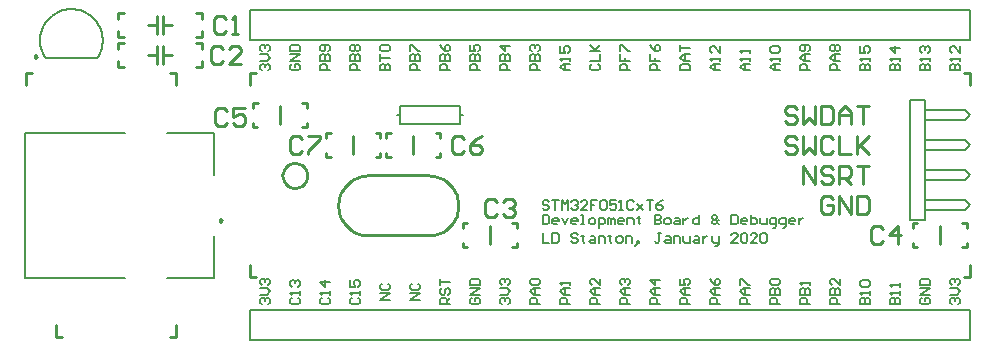
<source format=gto>
G04*
G04 #@! TF.GenerationSoftware,Altium Limited,Altium Designer,20.0.10 (225)*
G04*
G04 Layer_Color=65535*
%FSLAX25Y25*%
%MOIN*%
G70*
G01*
G75*
%ADD10C,0.01000*%
%ADD11C,0.00787*%
%ADD12C,0.00984*%
%ADD13C,0.00600*%
D10*
X137000Y37500D02*
X138012Y37551D01*
X139013Y37705D01*
X139994Y37959D01*
X140944Y38310D01*
X141853Y38756D01*
X142713Y39292D01*
X143514Y39912D01*
X144248Y40610D01*
X144908Y41379D01*
X145486Y42210D01*
X145978Y43096D01*
X146378Y44027D01*
X146681Y44993D01*
X146885Y45986D01*
X146987Y46993D01*
X146987Y48006D01*
X146885Y49014D01*
X146681Y50007D01*
X146378Y50973D01*
X145978Y51904D01*
X145486Y52790D01*
X144908Y53621D01*
X144248Y54390D01*
X143514Y55088D01*
X142713Y55708D01*
X141853Y56243D01*
X140944Y56690D01*
X139994Y57041D01*
X139013Y57295D01*
X138012Y57449D01*
X137000Y57500D01*
X117000Y57500D02*
X115986Y57452D01*
X114983Y57301D01*
X114000Y57050D01*
X113047Y56700D01*
X112135Y56255D01*
X111273Y55721D01*
X110469Y55101D01*
X109732Y54403D01*
X109070Y53635D01*
X108488Y52803D01*
X107995Y51916D01*
X107593Y50984D01*
X107288Y50016D01*
X107083Y49022D01*
X106980Y48013D01*
X106979Y46998D01*
X107081Y45989D01*
X107286Y44995D01*
X107589Y44026D01*
X107990Y43094D01*
X108483Y42207D01*
X109063Y41374D01*
X109724Y40605D01*
X110460Y39906D01*
X111263Y39286D01*
X112125Y38750D01*
X113037Y38304D01*
X113989Y37954D01*
X114972Y37701D01*
X115975Y37549D01*
X116989Y37500D01*
X96623Y57500D02*
X96503Y58487D01*
X96151Y59416D01*
X95586Y60234D01*
X94842Y60893D01*
X93962Y61355D01*
X92997Y61593D01*
X92003D01*
X91038Y61355D01*
X90158Y60893D01*
X89414Y60234D01*
X88849Y59416D01*
X88497Y58487D01*
X88377Y57500D01*
X88497Y56513D01*
X88849Y55584D01*
X89414Y54766D01*
X90158Y54107D01*
X91038Y53645D01*
X92003Y53407D01*
X92997D01*
X93962Y53645D01*
X94842Y54107D01*
X95586Y54766D01*
X96151Y55584D01*
X96503Y56513D01*
X96623Y57500D01*
X315500Y91500D02*
X317500D01*
Y87500D02*
Y91500D01*
X315500Y23500D02*
X317500D01*
Y27500D01*
X77500Y23500D02*
X79500D01*
X77500D02*
Y27500D01*
Y91500D02*
X79500D01*
X77500Y87500D02*
Y91500D01*
X117000Y57500D02*
X137000D01*
X117000Y37500D02*
X137000D01*
X61500Y109500D02*
Y111500D01*
X59500D02*
X61500D01*
Y103500D02*
Y105500D01*
X59500Y103500D02*
X61500D01*
X33500Y111500D02*
X35500D01*
X33500Y109500D02*
Y111500D01*
Y103500D02*
Y105500D01*
Y103500D02*
X35500D01*
X46500Y104500D02*
Y110500D01*
X43500Y107500D02*
X46500D01*
X48500D02*
X51500D01*
X48500Y104500D02*
Y110500D01*
X61500Y99500D02*
Y101500D01*
X59500D02*
X61500D01*
Y93500D02*
Y95500D01*
X59500Y93500D02*
X61500D01*
X33500Y101500D02*
X35500D01*
X33500Y99500D02*
Y101500D01*
Y93500D02*
Y95500D01*
Y93500D02*
X35500D01*
X46500Y94500D02*
Y100500D01*
X43500Y97500D02*
X46500D01*
X48500D02*
X51500D01*
X48500Y94500D02*
Y100500D01*
X139400Y63500D02*
X141000D01*
X123000Y71500D02*
X124500D01*
X123000Y70000D02*
Y71500D01*
Y63500D02*
X124500D01*
X123000D02*
Y65000D01*
X139500Y71500D02*
X141000D01*
Y70000D02*
Y71500D01*
Y63500D02*
Y65000D01*
X132000Y64500D02*
Y70500D01*
X119400Y63500D02*
X121000D01*
X103000Y71500D02*
X104500D01*
X103000Y70000D02*
Y71500D01*
Y63500D02*
X104500D01*
X103000D02*
Y65000D01*
X119500Y71500D02*
X121000D01*
Y70000D02*
Y71500D01*
Y63500D02*
Y65000D01*
X112000Y64500D02*
Y70500D01*
X164900Y33500D02*
X166500D01*
X148500Y41500D02*
X150000D01*
X148500Y40000D02*
Y41500D01*
Y33500D02*
X150000D01*
X148500D02*
Y35000D01*
X165000Y41500D02*
X166500D01*
Y40000D02*
Y41500D01*
Y33500D02*
Y35000D01*
X157500Y34500D02*
Y40500D01*
X314900Y33500D02*
X316500D01*
X298500Y41500D02*
X300000D01*
X298500Y40000D02*
Y41500D01*
Y33500D02*
X300000D01*
X298500D02*
Y35000D01*
X315000Y41500D02*
X316500D01*
Y40000D02*
Y41500D01*
Y33500D02*
Y35000D01*
X307500Y34500D02*
Y40500D01*
X78500Y81500D02*
X80100D01*
X95000Y73500D02*
X96500D01*
Y75000D01*
X95000Y81500D02*
X96500D01*
Y80000D02*
Y81500D01*
X78500Y73500D02*
X80000D01*
X78500D02*
Y75000D01*
Y80000D02*
Y81500D01*
X87500Y74500D02*
Y80500D01*
X3000Y87500D02*
Y91500D01*
X5000D01*
X13000Y3500D02*
Y7500D01*
Y3500D02*
X15000D01*
X53000D02*
Y7500D01*
X51000Y3500D02*
X53000D01*
Y87500D02*
Y91500D01*
X51000D02*
X53000D01*
X271999Y49498D02*
X270999Y50498D01*
X269000D01*
X268000Y49498D01*
Y45500D01*
X269000Y44500D01*
X270999D01*
X271999Y45500D01*
Y47499D01*
X269999D01*
X273998Y44500D02*
Y50498D01*
X277997Y44500D01*
Y50498D01*
X279996D02*
Y44500D01*
X282995D01*
X283995Y45500D01*
Y49498D01*
X282995Y50498D01*
X279996D01*
X262000Y54500D02*
Y60498D01*
X265999Y54500D01*
Y60498D01*
X271997Y59498D02*
X270997Y60498D01*
X268998D01*
X267998Y59498D01*
Y58499D01*
X268998Y57499D01*
X270997D01*
X271997Y56499D01*
Y55500D01*
X270997Y54500D01*
X268998D01*
X267998Y55500D01*
X273996Y54500D02*
Y60498D01*
X276995D01*
X277995Y59498D01*
Y57499D01*
X276995Y56499D01*
X273996D01*
X275995D02*
X277995Y54500D01*
X279994Y60498D02*
X283993D01*
X281994D01*
Y54500D01*
X259999Y69498D02*
X258999Y70498D01*
X257000D01*
X256000Y69498D01*
Y68499D01*
X257000Y67499D01*
X258999D01*
X259999Y66499D01*
Y65500D01*
X258999Y64500D01*
X257000D01*
X256000Y65500D01*
X261998Y70498D02*
Y64500D01*
X263997Y66499D01*
X265997Y64500D01*
Y70498D01*
X271995Y69498D02*
X270995Y70498D01*
X268996D01*
X267996Y69498D01*
Y65500D01*
X268996Y64500D01*
X270995D01*
X271995Y65500D01*
X273994Y70498D02*
Y64500D01*
X277993D01*
X279992Y70498D02*
Y64500D01*
Y66499D01*
X283991Y70498D01*
X280992Y67499D01*
X283991Y64500D01*
X259999Y79498D02*
X258999Y80498D01*
X257000D01*
X256000Y79498D01*
Y78499D01*
X257000Y77499D01*
X258999D01*
X259999Y76499D01*
Y75500D01*
X258999Y74500D01*
X257000D01*
X256000Y75500D01*
X261998Y80498D02*
Y74500D01*
X263997Y76499D01*
X265997Y74500D01*
Y80498D01*
X267996D02*
Y74500D01*
X270995D01*
X271995Y75500D01*
Y79498D01*
X270995Y80498D01*
X267996D01*
X273994Y74500D02*
Y78499D01*
X275993Y80498D01*
X277993Y78499D01*
Y74500D01*
Y77499D01*
X273994D01*
X279992Y80498D02*
X283991D01*
X281992D01*
Y74500D01*
X68500Y99499D02*
X67501Y100499D01*
X65501D01*
X64502Y99499D01*
Y95501D01*
X65501Y94501D01*
X67501D01*
X68500Y95501D01*
X74498Y94501D02*
X70500D01*
X74498Y98500D01*
Y99499D01*
X73499Y100499D01*
X71499D01*
X70500Y99499D01*
X69500Y109499D02*
X68500Y110499D01*
X66501D01*
X65501Y109499D01*
Y105501D01*
X66501Y104501D01*
X68500D01*
X69500Y105501D01*
X71499Y104501D02*
X73499D01*
X72499D01*
Y110499D01*
X71499Y109499D01*
X70000Y78999D02*
X69001Y79999D01*
X67001D01*
X66002Y78999D01*
Y75001D01*
X67001Y74001D01*
X69001D01*
X70000Y75001D01*
X75998Y79999D02*
X72000D01*
Y77000D01*
X73999Y78000D01*
X74999D01*
X75998Y77000D01*
Y75001D01*
X74999Y74001D01*
X72999D01*
X72000Y75001D01*
X288500Y39499D02*
X287501Y40499D01*
X285501D01*
X284502Y39499D01*
Y35501D01*
X285501Y34501D01*
X287501D01*
X288500Y35501D01*
X293499Y34501D02*
Y40499D01*
X290500Y37500D01*
X294498D01*
X160000Y48499D02*
X159001Y49499D01*
X157001D01*
X156002Y48499D01*
Y44501D01*
X157001Y43501D01*
X159001D01*
X160000Y44501D01*
X162000Y48499D02*
X162999Y49499D01*
X164999D01*
X165998Y48499D01*
Y47500D01*
X164999Y46500D01*
X163999D01*
X164999D01*
X165998Y45500D01*
Y44501D01*
X164999Y43501D01*
X162999D01*
X162000Y44501D01*
X95000Y69499D02*
X94001Y70499D01*
X92001D01*
X91002Y69499D01*
Y65501D01*
X92001Y64501D01*
X94001D01*
X95000Y65501D01*
X97000Y70499D02*
X100998D01*
Y69499D01*
X97000Y65501D01*
Y64501D01*
X149000Y69499D02*
X148001Y70499D01*
X146001D01*
X145002Y69499D01*
Y65501D01*
X146001Y64501D01*
X148001D01*
X149000Y65501D01*
X154998Y70499D02*
X152999Y69499D01*
X151000Y67500D01*
Y65501D01*
X151999Y64501D01*
X153999D01*
X154998Y65501D01*
Y66500D01*
X153999Y67500D01*
X151000D01*
D11*
X26546Y96516D02*
X27075Y97352D01*
X27521Y98235D01*
X27883Y99156D01*
X28155Y100107D01*
X28336Y101079D01*
X28424Y102065D01*
X28418Y103054D01*
X28319Y104038D01*
X28127Y105009D01*
X27844Y105956D01*
X27472Y106873D01*
X27015Y107751D01*
X26478Y108581D01*
X25864Y109357D01*
X25179Y110071D01*
X24430Y110716D01*
X23622Y111288D01*
X22765Y111782D01*
X21864Y112191D01*
X20929Y112513D01*
X19967Y112746D01*
X18988Y112886D01*
X18000Y112933D01*
X17012Y112886D01*
X16033Y112746D01*
X15071Y112513D01*
X14136Y112191D01*
X13235Y111782D01*
X12378Y111288D01*
X11570Y110716D01*
X10821Y110071D01*
X10137Y109357D01*
X9522Y108581D01*
X8985Y107751D01*
X8528Y106873D01*
X8156Y105956D01*
X7873Y105009D01*
X7681Y104038D01*
X7582Y103054D01*
X7576Y102065D01*
X7664Y101079D01*
X7845Y100107D01*
X8117Y99156D01*
X8479Y98235D01*
X8925Y97352D01*
X9454Y96516D01*
X9454Y96516D02*
X26546Y96516D01*
X65496Y23469D02*
Y37468D01*
Y57500D02*
Y71500D01*
X49957Y23469D02*
X65496D01*
X49957Y71500D02*
X65496D01*
X2504Y23469D02*
X35996D01*
X2504Y71500D02*
X35996D01*
X2504Y23469D02*
Y71500D01*
X297500Y42500D02*
Y82500D01*
X302500Y45833D02*
X315833D01*
X317500Y47500D01*
X315833Y49167D02*
X317500Y47500D01*
X302500Y49167D02*
X315833D01*
X302500Y55833D02*
X315833D01*
X317500Y57500D01*
X315833Y59167D02*
X317500Y57500D01*
X302500Y59167D02*
X315833D01*
X302500Y65833D02*
X315833D01*
X317500Y67500D01*
X315833Y69167D02*
X317500Y67500D01*
X302500Y69167D02*
X315833D01*
X302500Y75833D02*
X315833D01*
X317500Y77500D01*
X315833Y79167D02*
X317500Y77500D01*
X302500Y79167D02*
X315833D01*
X297500Y82500D02*
X302500D01*
X297500Y42500D02*
X302500D01*
Y82500D01*
X77500Y102500D02*
X310000D01*
X317500D01*
Y112500D01*
X77500D02*
X317500D01*
X77500Y102500D02*
Y112500D01*
X85000Y12500D02*
X317500D01*
X77500D02*
X85000D01*
X77500Y2500D02*
Y12500D01*
Y2500D02*
X317500D01*
Y12500D01*
X147500Y77500D02*
Y80500D01*
X127500D02*
X147500D01*
X127500Y74500D02*
Y80500D01*
Y74500D02*
X147500D01*
Y77500D01*
X126600D02*
X127500D01*
X147500D02*
X148400D01*
D12*
X6669Y97102D02*
X5931Y97529D01*
Y96676D01*
X6669Y97102D01*
X68350Y42563D02*
X67612Y42989D01*
Y42137D01*
X68350Y42563D01*
D13*
X81534Y92500D02*
X81001Y93033D01*
Y94099D01*
X81534Y94633D01*
X82067D01*
X82600Y94099D01*
Y93566D01*
Y94099D01*
X83134Y94633D01*
X83667D01*
X84200Y94099D01*
Y93033D01*
X83667Y92500D01*
X81001Y95699D02*
X83134D01*
X84200Y96765D01*
X83134Y97832D01*
X81001D01*
X81534Y98898D02*
X81001Y99431D01*
Y100497D01*
X81534Y101031D01*
X82067D01*
X82600Y100497D01*
Y99964D01*
Y100497D01*
X83134Y101031D01*
X83667D01*
X84200Y100497D01*
Y99431D01*
X83667Y98898D01*
X91534Y94633D02*
X91001Y94099D01*
Y93033D01*
X91534Y92500D01*
X93667D01*
X94200Y93033D01*
Y94099D01*
X93667Y94633D01*
X92601D01*
Y93566D01*
X94200Y95699D02*
X91001D01*
X94200Y97832D01*
X91001D01*
Y98898D02*
X94200D01*
Y100497D01*
X93667Y101031D01*
X91534D01*
X91001Y100497D01*
Y98898D01*
X114200Y92500D02*
X111001D01*
Y94099D01*
X111534Y94633D01*
X112601D01*
X113134Y94099D01*
Y92500D01*
X111001Y95699D02*
X114200D01*
Y97299D01*
X113667Y97832D01*
X113134D01*
X112601Y97299D01*
Y95699D01*
Y97299D01*
X112067Y97832D01*
X111534D01*
X111001Y97299D01*
Y95699D01*
X111534Y98898D02*
X111001Y99431D01*
Y100497D01*
X111534Y101031D01*
X112067D01*
X112601Y100497D01*
X113134Y101031D01*
X113667D01*
X114200Y100497D01*
Y99431D01*
X113667Y98898D01*
X113134D01*
X112601Y99431D01*
X112067Y98898D01*
X111534D01*
X112601Y99431D02*
Y100497D01*
X104200Y92500D02*
X101001D01*
Y94099D01*
X101534Y94633D01*
X102601D01*
X103134Y94099D01*
Y92500D01*
X101001Y95699D02*
X104200D01*
Y97299D01*
X103667Y97832D01*
X103134D01*
X102601Y97299D01*
Y95699D01*
Y97299D01*
X102067Y97832D01*
X101534D01*
X101001Y97299D01*
Y95699D01*
X103667Y98898D02*
X104200Y99431D01*
Y100497D01*
X103667Y101031D01*
X101534D01*
X101001Y100497D01*
Y99431D01*
X101534Y98898D01*
X102067D01*
X102601Y99431D01*
Y101031D01*
X144200Y92500D02*
X141001D01*
Y94099D01*
X141534Y94633D01*
X142601D01*
X143134Y94099D01*
Y92500D01*
X141001Y95699D02*
X144200D01*
Y97299D01*
X143667Y97832D01*
X143134D01*
X142601Y97299D01*
Y95699D01*
Y97299D01*
X142067Y97832D01*
X141534D01*
X141001Y97299D01*
Y95699D01*
Y101031D02*
X141534Y99964D01*
X142601Y98898D01*
X143667D01*
X144200Y99431D01*
Y100497D01*
X143667Y101031D01*
X143134D01*
X142601Y100497D01*
Y98898D01*
X154200Y92500D02*
X151001D01*
Y94099D01*
X151534Y94633D01*
X152601D01*
X153134Y94099D01*
Y92500D01*
X151001Y95699D02*
X154200D01*
Y97299D01*
X153667Y97832D01*
X153134D01*
X152601Y97299D01*
Y95699D01*
Y97299D01*
X152067Y97832D01*
X151534D01*
X151001Y97299D01*
Y95699D01*
Y101031D02*
Y98898D01*
X152601D01*
X152067Y99964D01*
Y100497D01*
X152601Y101031D01*
X153667D01*
X154200Y100497D01*
Y99431D01*
X153667Y98898D01*
X121001Y92500D02*
X124200D01*
Y94099D01*
X123667Y94633D01*
X123134D01*
X122600Y94099D01*
Y92500D01*
Y94099D01*
X122067Y94633D01*
X121534D01*
X121001Y94099D01*
Y92500D01*
Y95699D02*
Y97832D01*
Y96765D01*
X124200D01*
X121534Y98898D02*
X121001Y99431D01*
Y100497D01*
X121534Y101031D01*
X123667D01*
X124200Y100497D01*
Y99431D01*
X123667Y98898D01*
X121534D01*
X204200Y92500D02*
X201001D01*
Y94099D01*
X201534Y94633D01*
X202601D01*
X203134Y94099D01*
Y92500D01*
X201001Y97832D02*
Y95699D01*
X202601D01*
Y96765D01*
Y95699D01*
X204200D01*
X201001Y98898D02*
Y101031D01*
X201534D01*
X203667Y98898D01*
X204200D01*
X214200Y92500D02*
X211001D01*
Y94099D01*
X211534Y94633D01*
X212600D01*
X213134Y94099D01*
Y92500D01*
X211001Y97832D02*
Y95699D01*
X212600D01*
Y96765D01*
Y95699D01*
X214200D01*
X211001Y101031D02*
X211534Y99964D01*
X212600Y98898D01*
X213667D01*
X214200Y99431D01*
Y100497D01*
X213667Y101031D01*
X213134D01*
X212600Y100497D01*
Y98898D01*
X234200Y92500D02*
X232067D01*
X231001Y93566D01*
X232067Y94633D01*
X234200D01*
X232600D01*
Y92500D01*
X234200Y95699D02*
Y96765D01*
Y96232D01*
X231001D01*
X231534Y95699D01*
X234200Y100497D02*
Y98365D01*
X232067Y100497D01*
X231534D01*
X231001Y99964D01*
Y98898D01*
X231534Y98365D01*
X221001Y92500D02*
X224200D01*
Y94099D01*
X223667Y94633D01*
X221534D01*
X221001Y94099D01*
Y92500D01*
X224200Y95699D02*
X222067D01*
X221001Y96765D01*
X222067Y97832D01*
X224200D01*
X222601D01*
Y95699D01*
X221001Y98898D02*
Y101031D01*
Y99964D01*
X224200D01*
X184200Y92500D02*
X182067D01*
X181001Y93566D01*
X182067Y94633D01*
X184200D01*
X182600D01*
Y92500D01*
X184200Y95699D02*
Y96765D01*
Y96232D01*
X181001D01*
X181534Y95699D01*
X181001Y100497D02*
Y98365D01*
X182600D01*
X182067Y99431D01*
Y99964D01*
X182600Y100497D01*
X183667D01*
X184200Y99964D01*
Y98898D01*
X183667Y98365D01*
X191534Y94633D02*
X191001Y94099D01*
Y93033D01*
X191534Y92500D01*
X193667D01*
X194200Y93033D01*
Y94099D01*
X193667Y94633D01*
X191001Y95699D02*
X194200D01*
Y97832D01*
X191001Y98898D02*
X194200D01*
X193134D01*
X191001Y101031D01*
X192601Y99431D01*
X194200Y101031D01*
X174200Y92500D02*
X171001D01*
Y94099D01*
X171534Y94633D01*
X172600D01*
X173134Y94099D01*
Y92500D01*
X171001Y95699D02*
X174200D01*
Y97299D01*
X173667Y97832D01*
X173134D01*
X172600Y97299D01*
Y95699D01*
Y97299D01*
X172067Y97832D01*
X171534D01*
X171001Y97299D01*
Y95699D01*
X171534Y98898D02*
X171001Y99431D01*
Y100497D01*
X171534Y101031D01*
X172067D01*
X172600Y100497D01*
Y99964D01*
Y100497D01*
X173134Y101031D01*
X173667D01*
X174200Y100497D01*
Y99431D01*
X173667Y98898D01*
X164200Y92500D02*
X161001D01*
Y94099D01*
X161534Y94633D01*
X162601D01*
X163134Y94099D01*
Y92500D01*
X161001Y95699D02*
X164200D01*
Y97299D01*
X163667Y97832D01*
X163134D01*
X162601Y97299D01*
Y95699D01*
Y97299D01*
X162067Y97832D01*
X161534D01*
X161001Y97299D01*
Y95699D01*
X164200Y100497D02*
X161001D01*
X162601Y98898D01*
Y101031D01*
X264200Y92500D02*
X261001D01*
Y94099D01*
X261534Y94633D01*
X262600D01*
X263134Y94099D01*
Y92500D01*
X264200Y95699D02*
X262067D01*
X261001Y96765D01*
X262067Y97832D01*
X264200D01*
X262600D01*
Y95699D01*
X263667Y98898D02*
X264200Y99431D01*
Y100497D01*
X263667Y101031D01*
X261534D01*
X261001Y100497D01*
Y99431D01*
X261534Y98898D01*
X262067D01*
X262600Y99431D01*
Y101031D01*
X274200Y92500D02*
X271001D01*
Y94099D01*
X271534Y94633D01*
X272601D01*
X273134Y94099D01*
Y92500D01*
X274200Y95699D02*
X272067D01*
X271001Y96765D01*
X272067Y97832D01*
X274200D01*
X272601D01*
Y95699D01*
X271534Y98898D02*
X271001Y99431D01*
Y100497D01*
X271534Y101031D01*
X272067D01*
X272601Y100497D01*
X273134Y101031D01*
X273667D01*
X274200Y100497D01*
Y99431D01*
X273667Y98898D01*
X273134D01*
X272601Y99431D01*
X272067Y98898D01*
X271534D01*
X272601Y99431D02*
Y100497D01*
X254200Y92500D02*
X252067D01*
X251001Y93566D01*
X252067Y94633D01*
X254200D01*
X252601D01*
Y92500D01*
X254200Y95699D02*
Y96765D01*
Y96232D01*
X251001D01*
X251534Y95699D01*
Y98365D02*
X251001Y98898D01*
Y99964D01*
X251534Y100497D01*
X253667D01*
X254200Y99964D01*
Y98898D01*
X253667Y98365D01*
X251534D01*
X244200Y92500D02*
X242067D01*
X241001Y93566D01*
X242067Y94633D01*
X244200D01*
X242600D01*
Y92500D01*
X244200Y95699D02*
Y96765D01*
Y96232D01*
X241001D01*
X241534Y95699D01*
X244200Y98365D02*
Y99431D01*
Y98898D01*
X241001D01*
X241534Y98365D01*
X301001Y92500D02*
X304200D01*
Y94099D01*
X303667Y94633D01*
X303134D01*
X302601Y94099D01*
Y92500D01*
Y94099D01*
X302067Y94633D01*
X301534D01*
X301001Y94099D01*
Y92500D01*
X304200Y95699D02*
Y96765D01*
Y96232D01*
X301001D01*
X301534Y95699D01*
Y98365D02*
X301001Y98898D01*
Y99964D01*
X301534Y100497D01*
X302067D01*
X302601Y99964D01*
Y99431D01*
Y99964D01*
X303134Y100497D01*
X303667D01*
X304200Y99964D01*
Y98898D01*
X303667Y98365D01*
X311001Y92500D02*
X314200D01*
Y94099D01*
X313667Y94633D01*
X313134D01*
X312600Y94099D01*
Y92500D01*
Y94099D01*
X312067Y94633D01*
X311534D01*
X311001Y94099D01*
Y92500D01*
X314200Y95699D02*
Y96765D01*
Y96232D01*
X311001D01*
X311534Y95699D01*
X314200Y100497D02*
Y98365D01*
X312067Y100497D01*
X311534D01*
X311001Y99964D01*
Y98898D01*
X311534Y98365D01*
X291001Y92500D02*
X294200D01*
Y94099D01*
X293667Y94633D01*
X293134D01*
X292600Y94099D01*
Y92500D01*
Y94099D01*
X292067Y94633D01*
X291534D01*
X291001Y94099D01*
Y92500D01*
X294200Y95699D02*
Y96765D01*
Y96232D01*
X291001D01*
X291534Y95699D01*
X294200Y99964D02*
X291001D01*
X292600Y98365D01*
Y100497D01*
X281001Y92500D02*
X284200D01*
Y94099D01*
X283667Y94633D01*
X283134D01*
X282600Y94099D01*
Y92500D01*
Y94099D01*
X282067Y94633D01*
X281534D01*
X281001Y94099D01*
Y92500D01*
X284200Y95699D02*
Y96765D01*
Y96232D01*
X281001D01*
X281534Y95699D01*
X281001Y100497D02*
Y98365D01*
X282600D01*
X282067Y99431D01*
Y99964D01*
X282600Y100497D01*
X283667D01*
X284200Y99964D01*
Y98898D01*
X283667Y98365D01*
X134200Y92500D02*
X131001D01*
Y94099D01*
X131534Y94633D01*
X132600D01*
X133134Y94099D01*
Y92500D01*
X131001Y95699D02*
X134200D01*
Y97299D01*
X133667Y97832D01*
X133134D01*
X132600Y97299D01*
Y95699D01*
Y97299D01*
X132067Y97832D01*
X131534D01*
X131001Y97299D01*
Y95699D01*
Y98898D02*
Y101031D01*
X131534D01*
X133667Y98898D01*
X134200D01*
Y16100D02*
X131001D01*
X134200Y18233D01*
X131001D01*
X131534Y21432D02*
X131001Y20898D01*
Y19832D01*
X131534Y19299D01*
X133667D01*
X134200Y19832D01*
Y20898D01*
X133667Y21432D01*
X281001Y14600D02*
X284200D01*
Y16199D01*
X283667Y16733D01*
X283134D01*
X282600Y16199D01*
Y14600D01*
Y16199D01*
X282067Y16733D01*
X281534D01*
X281001Y16199D01*
Y14600D01*
X284200Y17799D02*
Y18865D01*
Y18332D01*
X281001D01*
X281534Y17799D01*
Y20465D02*
X281001Y20998D01*
Y22064D01*
X281534Y22597D01*
X283667D01*
X284200Y22064D01*
Y20998D01*
X283667Y20465D01*
X281534D01*
X291001Y14600D02*
X294200D01*
Y16199D01*
X293667Y16733D01*
X293134D01*
X292600Y16199D01*
Y14600D01*
Y16199D01*
X292067Y16733D01*
X291534D01*
X291001Y16199D01*
Y14600D01*
X294200Y17799D02*
Y18865D01*
Y18332D01*
X291001D01*
X291534Y17799D01*
X294200Y20465D02*
Y21531D01*
Y20998D01*
X291001D01*
X291534Y20465D01*
X311534Y14600D02*
X311001Y15133D01*
Y16199D01*
X311534Y16733D01*
X312067D01*
X312600Y16199D01*
Y15666D01*
Y16199D01*
X313134Y16733D01*
X313667D01*
X314200Y16199D01*
Y15133D01*
X313667Y14600D01*
X311001Y17799D02*
X313134D01*
X314200Y18865D01*
X313134Y19932D01*
X311001D01*
X311534Y20998D02*
X311001Y21531D01*
Y22597D01*
X311534Y23131D01*
X312067D01*
X312600Y22597D01*
Y22064D01*
Y22597D01*
X313134Y23131D01*
X313667D01*
X314200Y22597D01*
Y21531D01*
X313667Y20998D01*
X301534Y16733D02*
X301001Y16199D01*
Y15133D01*
X301534Y14600D01*
X303667D01*
X304200Y15133D01*
Y16199D01*
X303667Y16733D01*
X302601D01*
Y15666D01*
X304200Y17799D02*
X301001D01*
X304200Y19932D01*
X301001D01*
Y20998D02*
X304200D01*
Y22597D01*
X303667Y23131D01*
X301534D01*
X301001Y22597D01*
Y20998D01*
X244200Y14600D02*
X241001D01*
Y16199D01*
X241534Y16733D01*
X242600D01*
X243134Y16199D01*
Y14600D01*
X244200Y17799D02*
X242067D01*
X241001Y18865D01*
X242067Y19932D01*
X244200D01*
X242600D01*
Y17799D01*
X241001Y20998D02*
Y23131D01*
X241534D01*
X243667Y20998D01*
X244200D01*
X254200Y14600D02*
X251001D01*
Y16199D01*
X251534Y16733D01*
X252601D01*
X253134Y16199D01*
Y14600D01*
X251001Y17799D02*
X254200D01*
Y19399D01*
X253667Y19932D01*
X253134D01*
X252601Y19399D01*
Y17799D01*
Y19399D01*
X252067Y19932D01*
X251534D01*
X251001Y19399D01*
Y17799D01*
X251534Y20998D02*
X251001Y21531D01*
Y22597D01*
X251534Y23131D01*
X253667D01*
X254200Y22597D01*
Y21531D01*
X253667Y20998D01*
X251534D01*
X274200Y14600D02*
X271001D01*
Y16199D01*
X271534Y16733D01*
X272601D01*
X273134Y16199D01*
Y14600D01*
X271001Y17799D02*
X274200D01*
Y19399D01*
X273667Y19932D01*
X273134D01*
X272601Y19399D01*
Y17799D01*
Y19399D01*
X272067Y19932D01*
X271534D01*
X271001Y19399D01*
Y17799D01*
X274200Y23131D02*
Y20998D01*
X272067Y23131D01*
X271534D01*
X271001Y22597D01*
Y21531D01*
X271534Y20998D01*
X264200Y14600D02*
X261001D01*
Y16199D01*
X261534Y16733D01*
X262600D01*
X263134Y16199D01*
Y14600D01*
X261001Y17799D02*
X264200D01*
Y19398D01*
X263667Y19932D01*
X263134D01*
X262600Y19398D01*
Y17799D01*
Y19398D01*
X262067Y19932D01*
X261534D01*
X261001Y19398D01*
Y17799D01*
X264200Y20998D02*
Y22064D01*
Y21531D01*
X261001D01*
X261534Y20998D01*
X161534Y14600D02*
X161001Y15133D01*
Y16199D01*
X161534Y16733D01*
X162067D01*
X162601Y16199D01*
Y15666D01*
Y16199D01*
X163134Y16733D01*
X163667D01*
X164200Y16199D01*
Y15133D01*
X163667Y14600D01*
X161001Y17799D02*
X163134D01*
X164200Y18865D01*
X163134Y19932D01*
X161001D01*
X161534Y20998D02*
X161001Y21531D01*
Y22597D01*
X161534Y23131D01*
X162067D01*
X162601Y22597D01*
Y22064D01*
Y22597D01*
X163134Y23131D01*
X163667D01*
X164200Y22597D01*
Y21531D01*
X163667Y20998D01*
X174200Y14600D02*
X171001D01*
Y16199D01*
X171534Y16733D01*
X172600D01*
X173134Y16199D01*
Y14600D01*
X174200Y17799D02*
X172067D01*
X171001Y18865D01*
X172067Y19932D01*
X174200D01*
X172600D01*
Y17799D01*
X171534Y20998D02*
X171001Y21531D01*
Y22597D01*
X171534Y23131D01*
X173667D01*
X174200Y22597D01*
Y21531D01*
X173667Y20998D01*
X171534D01*
X194200Y14600D02*
X191001D01*
Y16199D01*
X191534Y16733D01*
X192601D01*
X193134Y16199D01*
Y14600D01*
X194200Y17799D02*
X192067D01*
X191001Y18865D01*
X192067Y19932D01*
X194200D01*
X192601D01*
Y17799D01*
X194200Y23131D02*
Y20998D01*
X192067Y23131D01*
X191534D01*
X191001Y22597D01*
Y21531D01*
X191534Y20998D01*
X184200Y14600D02*
X181001D01*
Y16199D01*
X181534Y16733D01*
X182600D01*
X183134Y16199D01*
Y14600D01*
X184200Y17799D02*
X182067D01*
X181001Y18865D01*
X182067Y19932D01*
X184200D01*
X182600D01*
Y17799D01*
X184200Y20998D02*
Y22064D01*
Y21531D01*
X181001D01*
X181534Y20998D01*
X224200Y14600D02*
X221001D01*
Y16199D01*
X221534Y16733D01*
X222601D01*
X223134Y16199D01*
Y14600D01*
X224200Y17799D02*
X222067D01*
X221001Y18865D01*
X222067Y19932D01*
X224200D01*
X222601D01*
Y17799D01*
X221001Y23131D02*
Y20998D01*
X222601D01*
X222067Y22064D01*
Y22597D01*
X222601Y23131D01*
X223667D01*
X224200Y22597D01*
Y21531D01*
X223667Y20998D01*
X234200Y14600D02*
X231001D01*
Y16199D01*
X231534Y16733D01*
X232600D01*
X233134Y16199D01*
Y14600D01*
X234200Y17799D02*
X232067D01*
X231001Y18865D01*
X232067Y19932D01*
X234200D01*
X232600D01*
Y17799D01*
X231001Y23131D02*
X231534Y22064D01*
X232600Y20998D01*
X233667D01*
X234200Y21531D01*
Y22597D01*
X233667Y23131D01*
X233134D01*
X232600Y22597D01*
Y20998D01*
X214200Y14600D02*
X211001D01*
Y16199D01*
X211534Y16733D01*
X212600D01*
X213134Y16199D01*
Y14600D01*
X214200Y17799D02*
X212067D01*
X211001Y18865D01*
X212067Y19932D01*
X214200D01*
X212600D01*
Y17799D01*
X214200Y22597D02*
X211001D01*
X212600Y20998D01*
Y23131D01*
X204200Y14600D02*
X201001D01*
Y16199D01*
X201534Y16733D01*
X202601D01*
X203134Y16199D01*
Y14600D01*
X204200Y17799D02*
X202067D01*
X201001Y18865D01*
X202067Y19932D01*
X204200D01*
X202601D01*
Y17799D01*
X201534Y20998D02*
X201001Y21531D01*
Y22597D01*
X201534Y23131D01*
X202067D01*
X202601Y22597D01*
Y22064D01*
Y22597D01*
X203134Y23131D01*
X203667D01*
X204200Y22597D01*
Y21531D01*
X203667Y20998D01*
X124200Y16100D02*
X121001D01*
X124200Y18233D01*
X121001D01*
X121534Y21432D02*
X121001Y20898D01*
Y19832D01*
X121534Y19299D01*
X123667D01*
X124200Y19832D01*
Y20898D01*
X123667Y21432D01*
X151534Y16733D02*
X151001Y16199D01*
Y15133D01*
X151534Y14600D01*
X153667D01*
X154200Y15133D01*
Y16199D01*
X153667Y16733D01*
X152601D01*
Y15666D01*
X154200Y17799D02*
X151001D01*
X154200Y19932D01*
X151001D01*
Y20998D02*
X154200D01*
Y22597D01*
X153667Y23131D01*
X151534D01*
X151001Y22597D01*
Y20998D01*
X144200Y14600D02*
X141001D01*
Y16199D01*
X141534Y16733D01*
X142601D01*
X143134Y16199D01*
Y14600D01*
Y15666D02*
X144200Y16733D01*
X141534Y19932D02*
X141001Y19398D01*
Y18332D01*
X141534Y17799D01*
X142067D01*
X142601Y18332D01*
Y19398D01*
X143134Y19932D01*
X143667D01*
X144200Y19398D01*
Y18332D01*
X143667Y17799D01*
X141001Y20998D02*
Y23131D01*
Y22064D01*
X144200D01*
X101534Y16733D02*
X101001Y16199D01*
Y15133D01*
X101534Y14600D01*
X103667D01*
X104200Y15133D01*
Y16199D01*
X103667Y16733D01*
X104200Y17799D02*
Y18865D01*
Y18332D01*
X101001D01*
X101534Y17799D01*
X104200Y22064D02*
X101001D01*
X102601Y20465D01*
Y22597D01*
X111534Y16733D02*
X111001Y16199D01*
Y15133D01*
X111534Y14600D01*
X113667D01*
X114200Y15133D01*
Y16199D01*
X113667Y16733D01*
X114200Y17799D02*
Y18865D01*
Y18332D01*
X111001D01*
X111534Y17799D01*
X111001Y22597D02*
Y20465D01*
X112601D01*
X112067Y21531D01*
Y22064D01*
X112601Y22597D01*
X113667D01*
X114200Y22064D01*
Y20998D01*
X113667Y20465D01*
X91534Y16733D02*
X91001Y16199D01*
Y15133D01*
X91534Y14600D01*
X93667D01*
X94200Y15133D01*
Y16199D01*
X93667Y16733D01*
X94200Y17799D02*
Y18865D01*
Y18332D01*
X91001D01*
X91534Y17799D01*
Y20465D02*
X91001Y20998D01*
Y22064D01*
X91534Y22597D01*
X92067D01*
X92601Y22064D01*
Y21531D01*
Y22064D01*
X93134Y22597D01*
X93667D01*
X94200Y22064D01*
Y20998D01*
X93667Y20465D01*
X81534Y14600D02*
X81001Y15133D01*
Y16199D01*
X81534Y16733D01*
X82067D01*
X82600Y16199D01*
Y15666D01*
Y16199D01*
X83134Y16733D01*
X83667D01*
X84200Y16199D01*
Y15133D01*
X83667Y14600D01*
X81001Y17799D02*
X83134D01*
X84200Y18865D01*
X83134Y19932D01*
X81001D01*
X81534Y20998D02*
X81001Y21531D01*
Y22597D01*
X81534Y23131D01*
X82067D01*
X82600Y22597D01*
Y22064D01*
Y22597D01*
X83134Y23131D01*
X83667D01*
X84200Y22597D01*
Y21531D01*
X83667Y20998D01*
X175100Y38265D02*
Y35066D01*
X177233D01*
X178299Y38265D02*
Y35066D01*
X179899D01*
X180432Y35599D01*
Y37732D01*
X179899Y38265D01*
X178299D01*
X186829Y37732D02*
X186296Y38265D01*
X185230D01*
X184697Y37732D01*
Y37199D01*
X185230Y36666D01*
X186296D01*
X186829Y36133D01*
Y35599D01*
X186296Y35066D01*
X185230D01*
X184697Y35599D01*
X188429Y37732D02*
Y37199D01*
X187896D01*
X188962D01*
X188429D01*
Y35599D01*
X188962Y35066D01*
X191095Y37199D02*
X192161D01*
X192694Y36666D01*
Y35066D01*
X191095D01*
X190562Y35599D01*
X191095Y36133D01*
X192694D01*
X193761Y35066D02*
Y37199D01*
X195360D01*
X195893Y36666D01*
Y35066D01*
X197493Y37732D02*
Y37199D01*
X196960D01*
X198026D01*
X197493D01*
Y35599D01*
X198026Y35066D01*
X200159D02*
X201225D01*
X201758Y35599D01*
Y36666D01*
X201225Y37199D01*
X200159D01*
X199625Y36666D01*
Y35599D01*
X200159Y35066D01*
X202824D02*
Y37199D01*
X204424D01*
X204957Y36666D01*
Y35066D01*
X206557Y34533D02*
X207090Y35066D01*
Y35599D01*
X206557D01*
Y35066D01*
X207090D01*
X206557Y34533D01*
X206023Y34000D01*
X214554Y38265D02*
X213488D01*
X214021D01*
Y35599D01*
X213488Y35066D01*
X212954D01*
X212421Y35599D01*
X216153Y37199D02*
X217220D01*
X217753Y36666D01*
Y35066D01*
X216153D01*
X215620Y35599D01*
X216153Y36133D01*
X217753D01*
X218819Y35066D02*
Y37199D01*
X220419D01*
X220952Y36666D01*
Y35066D01*
X222018Y37199D02*
Y35599D01*
X222551Y35066D01*
X224151D01*
Y37199D01*
X225750D02*
X226817D01*
X227350Y36666D01*
Y35066D01*
X225750D01*
X225217Y35599D01*
X225750Y36133D01*
X227350D01*
X228416Y37199D02*
Y35066D01*
Y36133D01*
X228949Y36666D01*
X229483Y37199D01*
X230016D01*
X231615D02*
Y35599D01*
X232148Y35066D01*
X233748D01*
Y34533D01*
X233215Y34000D01*
X232681D01*
X233748Y35066D02*
Y37199D01*
X240146Y35066D02*
X238013D01*
X240146Y37199D01*
Y37732D01*
X239613Y38265D01*
X238546D01*
X238013Y37732D01*
X241212D02*
X241745Y38265D01*
X242811D01*
X243345Y37732D01*
Y35599D01*
X242811Y35066D01*
X241745D01*
X241212Y35599D01*
Y37732D01*
X246544Y35066D02*
X244411D01*
X246544Y37199D01*
Y37732D01*
X246010Y38265D01*
X244944D01*
X244411Y37732D01*
X247610D02*
X248143Y38265D01*
X249209D01*
X249743Y37732D01*
Y35599D01*
X249209Y35066D01*
X248143D01*
X247610Y35599D01*
Y37732D01*
X175100Y44365D02*
Y41166D01*
X176699D01*
X177233Y41699D01*
Y43832D01*
X176699Y44365D01*
X175100D01*
X179899Y41166D02*
X178832D01*
X178299Y41699D01*
Y42766D01*
X178832Y43299D01*
X179899D01*
X180432Y42766D01*
Y42233D01*
X178299D01*
X181498Y43299D02*
X182564Y41166D01*
X183631Y43299D01*
X186296Y41166D02*
X185230D01*
X184697Y41699D01*
Y42766D01*
X185230Y43299D01*
X186296D01*
X186829Y42766D01*
Y42233D01*
X184697D01*
X187896Y41166D02*
X188962D01*
X188429D01*
Y44365D01*
X187896D01*
X191095Y41166D02*
X192161D01*
X192694Y41699D01*
Y42766D01*
X192161Y43299D01*
X191095D01*
X190562Y42766D01*
Y41699D01*
X191095Y41166D01*
X193761Y40100D02*
Y43299D01*
X195360D01*
X195893Y42766D01*
Y41699D01*
X195360Y41166D01*
X193761D01*
X196960D02*
Y43299D01*
X197493D01*
X198026Y42766D01*
Y41166D01*
Y42766D01*
X198559Y43299D01*
X199092Y42766D01*
Y41166D01*
X201758D02*
X200692D01*
X200159Y41699D01*
Y42766D01*
X200692Y43299D01*
X201758D01*
X202291Y42766D01*
Y42233D01*
X200159D01*
X203358Y41166D02*
Y43299D01*
X204957D01*
X205490Y42766D01*
Y41166D01*
X207090Y43832D02*
Y43299D01*
X206557D01*
X207623D01*
X207090D01*
Y41699D01*
X207623Y41166D01*
X212421Y44365D02*
Y41166D01*
X214021D01*
X214554Y41699D01*
Y42233D01*
X214021Y42766D01*
X212421D01*
X214021D01*
X214554Y43299D01*
Y43832D01*
X214021Y44365D01*
X212421D01*
X216153Y41166D02*
X217220D01*
X217753Y41699D01*
Y42766D01*
X217220Y43299D01*
X216153D01*
X215620Y42766D01*
Y41699D01*
X216153Y41166D01*
X219352Y43299D02*
X220419D01*
X220952Y42766D01*
Y41166D01*
X219352D01*
X218819Y41699D01*
X219352Y42233D01*
X220952D01*
X222018Y43299D02*
Y41166D01*
Y42233D01*
X222551Y42766D01*
X223084Y43299D01*
X223618D01*
X227350Y44365D02*
Y41166D01*
X225750D01*
X225217Y41699D01*
Y42766D01*
X225750Y43299D01*
X227350D01*
X233748Y41166D02*
X233215Y41699D01*
X232681Y41166D01*
X232148D01*
X231615Y41699D01*
Y42233D01*
X232148Y42766D01*
X231615Y43299D01*
Y43832D01*
X232148Y44365D01*
X232681D01*
X233215Y43832D01*
Y43299D01*
X232681Y42766D01*
X233215Y42233D01*
Y41699D01*
X233748Y42766D02*
X233215Y42233D01*
X232148Y42766D02*
X232681D01*
X238013Y44365D02*
Y41166D01*
X239613D01*
X240146Y41699D01*
Y43832D01*
X239613Y44365D01*
X238013D01*
X242811Y41166D02*
X241745D01*
X241212Y41699D01*
Y42766D01*
X241745Y43299D01*
X242811D01*
X243345Y42766D01*
Y42233D01*
X241212D01*
X244411Y44365D02*
Y41166D01*
X246010D01*
X246544Y41699D01*
Y42233D01*
Y42766D01*
X246010Y43299D01*
X244411D01*
X247610D02*
Y41699D01*
X248143Y41166D01*
X249743D01*
Y43299D01*
X251875Y40100D02*
X252408D01*
X252942Y40633D01*
Y43299D01*
X251342D01*
X250809Y42766D01*
Y41699D01*
X251342Y41166D01*
X252942D01*
X255074Y40100D02*
X255607D01*
X256140Y40633D01*
Y43299D01*
X254541D01*
X254008Y42766D01*
Y41699D01*
X254541Y41166D01*
X256140D01*
X258806D02*
X257740D01*
X257207Y41699D01*
Y42766D01*
X257740Y43299D01*
X258806D01*
X259339Y42766D01*
Y42233D01*
X257207D01*
X260406Y43299D02*
Y41166D01*
Y42233D01*
X260939Y42766D01*
X261472Y43299D01*
X262005D01*
X177233Y48666D02*
X176699Y49199D01*
X175633D01*
X175100Y48666D01*
Y48133D01*
X175633Y47600D01*
X176699D01*
X177233Y47066D01*
Y46533D01*
X176699Y46000D01*
X175633D01*
X175100Y46533D01*
X178299Y49199D02*
X180432D01*
X179365D01*
Y46000D01*
X181498D02*
Y49199D01*
X182564Y48133D01*
X183631Y49199D01*
Y46000D01*
X184697Y48666D02*
X185230Y49199D01*
X186296D01*
X186829Y48666D01*
Y48133D01*
X186296Y47600D01*
X185763D01*
X186296D01*
X186829Y47066D01*
Y46533D01*
X186296Y46000D01*
X185230D01*
X184697Y46533D01*
X190029Y46000D02*
X187896D01*
X190029Y48133D01*
Y48666D01*
X189495Y49199D01*
X188429D01*
X187896Y48666D01*
X193228Y49199D02*
X191095D01*
Y47600D01*
X192161D01*
X191095D01*
Y46000D01*
X194294Y48666D02*
X194827Y49199D01*
X195893D01*
X196426Y48666D01*
Y46533D01*
X195893Y46000D01*
X194827D01*
X194294Y46533D01*
Y48666D01*
X199625Y49199D02*
X197493D01*
Y47600D01*
X198559Y48133D01*
X199092D01*
X199625Y47600D01*
Y46533D01*
X199092Y46000D01*
X198026D01*
X197493Y46533D01*
X200692Y46000D02*
X201758D01*
X201225D01*
Y49199D01*
X200692Y48666D01*
X205490D02*
X204957Y49199D01*
X203891D01*
X203358Y48666D01*
Y46533D01*
X203891Y46000D01*
X204957D01*
X205490Y46533D01*
X206557Y48133D02*
X208689Y46000D01*
X207623Y47066D01*
X208689Y48133D01*
X206557Y46000D01*
X209755Y49199D02*
X211888D01*
X210822D01*
Y46000D01*
X215087Y49199D02*
X214021Y48666D01*
X212954Y47600D01*
Y46533D01*
X213488Y46000D01*
X214554D01*
X215087Y46533D01*
Y47066D01*
X214554Y47600D01*
X212954D01*
M02*

</source>
